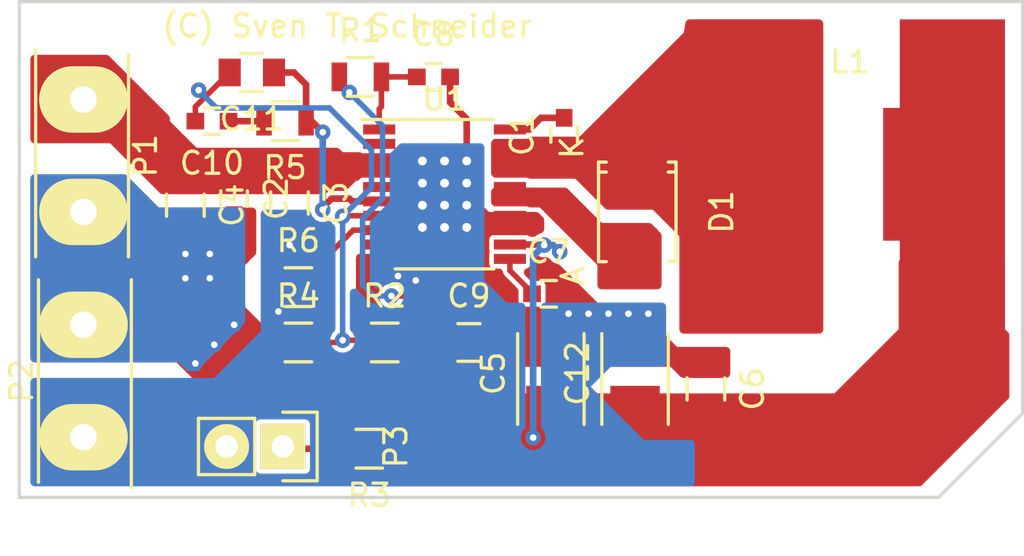
<source format=kicad_pcb>
(kicad_pcb (version 4) (host pcbnew 0.201601131446+6458~42~ubuntu15.10.1-product)

  (general
    (links 64)
    (no_connects 0)
    (area 131.624999 75.724999 177.075001 98.275001)
    (thickness 1.6)
    (drawings 6)
    (tracks 147)
    (zones 0)
    (modules 24)
    (nets 15)
  )

  (page A4)
  (layers
    (0 F.Cu signal)
    (31 B.Cu signal)
    (32 B.Adhes user)
    (33 F.Adhes user)
    (34 B.Paste user)
    (35 F.Paste user)
    (36 B.SilkS user)
    (37 F.SilkS user)
    (38 B.Mask user)
    (39 F.Mask user)
    (40 Dwgs.User user)
    (41 Cmts.User user)
    (42 Eco1.User user)
    (43 Eco2.User user)
    (44 Edge.Cuts user)
    (45 Margin user)
    (46 B.CrtYd user)
    (47 F.CrtYd user)
    (48 B.Fab user)
    (49 F.Fab user)
  )

  (setup
    (last_trace_width 0.3)
    (user_trace_width 0.3)
    (user_trace_width 0.5)
    (user_trace_width 1)
    (trace_clearance 0.2)
    (zone_clearance 0.2)
    (zone_45_only yes)
    (trace_min 0.2)
    (segment_width 0.2)
    (edge_width 0.15)
    (via_size 0.7)
    (via_drill 0.3)
    (via_min_size 0.4)
    (via_min_drill 0.3)
    (uvia_size 0.3)
    (uvia_drill 0.1)
    (uvias_allowed no)
    (uvia_min_size 0.2)
    (uvia_min_drill 0.1)
    (pcb_text_width 0.3)
    (pcb_text_size 1.5 1.5)
    (mod_edge_width 0.15)
    (mod_text_size 1 1)
    (mod_text_width 0.15)
    (pad_size 1.524 1.524)
    (pad_drill 0.762)
    (pad_to_mask_clearance 0.2)
    (aux_axis_origin 0 0)
    (visible_elements FFFFF71F)
    (pcbplotparams
      (layerselection 0x00030_ffffffff)
      (usegerberextensions false)
      (excludeedgelayer true)
      (linewidth 0.100000)
      (plotframeref false)
      (viasonmask false)
      (mode 1)
      (useauxorigin false)
      (hpglpennumber 1)
      (hpglpenspeed 20)
      (hpglpendiameter 15)
      (hpglpenoverlay 2)
      (psnegative false)
      (psa4output false)
      (plotreference true)
      (plotvalue true)
      (plotinvisibletext false)
      (padsonsilk false)
      (subtractmaskfromsilk false)
      (outputformat 1)
      (mirror false)
      (drillshape 1)
      (scaleselection 1)
      (outputdirectory ""))
  )

  (net 0 "")
  (net 1 /Lin)
  (net 2 "Net-(C1-Pad2)")
  (net 3 VCC)
  (net 4 GND)
  (net 5 GNDPWR)
  (net 6 "Net-(C7-Pad1)")
  (net 7 "Net-(C8-Pad1)")
  (net 8 "Net-(C9-Pad1)")
  (net 9 "Net-(C10-Pad1)")
  (net 10 /FB)
  (net 11 "Net-(C11-Pad1)")
  (net 12 "Net-(D1-Pad2)")
  (net 13 "Net-(P3-Pad1)")
  (net 14 "Net-(R6-Pad2)")

  (net_class Default "This is the default net class."
    (clearance 0.2)
    (trace_width 0.25)
    (via_dia 0.7)
    (via_drill 0.3)
    (uvia_dia 0.3)
    (uvia_drill 0.1)
    (add_net /FB)
    (add_net /Lin)
    (add_net GND)
    (add_net GNDPWR)
    (add_net "Net-(C1-Pad2)")
    (add_net "Net-(C10-Pad1)")
    (add_net "Net-(C11-Pad1)")
    (add_net "Net-(C7-Pad1)")
    (add_net "Net-(C8-Pad1)")
    (add_net "Net-(C9-Pad1)")
    (add_net "Net-(D1-Pad2)")
    (add_net "Net-(P3-Pad1)")
    (add_net "Net-(R6-Pad2)")
    (add_net VCC)
  )

  (module Inductors:SELF1408 (layer F.Cu) (tedit 56AF73DB) (tstamp 56AF7165)
    (at 169.2 83.6)
    (descr "Self Ferrite 14 - 08")
    (tags SELF)
    (path /56AF7CE3)
    (zone_connect 2)
    (fp_text reference L1 (at 0 -5.08) (layer F.SilkS)
      (effects (font (size 1 1) (thickness 0.15)))
    )
    (fp_text value L1 (at 0 0) (layer F.Fab)
      (effects (font (size 1 1) (thickness 0.15)))
    )
    (pad 1 smd rect (at -2.5 0) (size 2 6) (layers F.Cu F.Paste F.Mask)
      (net 1 /Lin) (zone_connect 2))
    (pad 2 smd rect (at 2.5 0) (size 2 6) (layers F.Cu F.Paste F.Mask)
      (net 4 GND) (zone_connect 2))
    (pad 1 smd rect (at -4.625 0) (size 4.75 14) (layers F.Cu F.Paste F.Mask)
      (net 1 /Lin) (zone_connect 2))
    (pad 2 smd rect (at 4.625 0) (size 4.75 14) (layers F.Cu F.Paste F.Mask)
      (net 4 GND) (zone_connect 2))
  )

  (module Toni:TSSOP-20_4.4x6.5mm_Pitch0.65mm_EP (layer F.Cu) (tedit 56AF7131) (tstamp 56AF71C3)
    (at 150.9 84.5)
    (descr "20-Lead Plastic Thin Shrink Small Outline (ST)-4.4 mm Body [TSSOP] (see Microchip Packaging Specification 00000049BS.pdf)")
    (tags "TSSOP 0.65")
    (path /56AF6DD2)
    (attr smd)
    (fp_text reference U1 (at 0 -4.3) (layer F.SilkS)
      (effects (font (size 1 1) (thickness 0.15)))
    )
    (fp_text value LM25576MH (at 0 4.3) (layer F.Fab)
      (effects (font (size 1 1) (thickness 0.15)))
    )
    (fp_line (start -3.95 -3.55) (end -3.95 3.55) (layer F.CrtYd) (width 0.05))
    (fp_line (start 3.95 -3.55) (end 3.95 3.55) (layer F.CrtYd) (width 0.05))
    (fp_line (start -3.95 -3.55) (end 3.95 -3.55) (layer F.CrtYd) (width 0.05))
    (fp_line (start -3.95 3.55) (end 3.95 3.55) (layer F.CrtYd) (width 0.05))
    (fp_line (start -2.225 3.375) (end 2.225 3.375) (layer F.SilkS) (width 0.15))
    (fp_line (start -3.75 -3.375) (end 2.225 -3.375) (layer F.SilkS) (width 0.15))
    (pad PAD thru_hole rect (at 1 1.5) (size 1.01 1.01) (drill 0.4) (layers *.Cu F.Mask)
      (net 5 GNDPWR))
    (pad PAD thru_hole rect (at 1 -1.5) (size 1.01 1.01) (drill 0.4) (layers *.Cu F.Mask)
      (net 5 GNDPWR))
    (pad PAD thru_hole rect (at 1 -0.5) (size 1.01 1.01) (drill 0.4) (layers *.Cu F.Mask)
      (net 5 GNDPWR))
    (pad PAD thru_hole rect (at 1 0.5) (size 1.01 1.01) (drill 0.4) (layers *.Cu F.Mask)
      (net 5 GNDPWR))
    (pad PAD thru_hole rect (at -1 0.5) (size 1.01 1.01) (drill 0.4) (layers *.Cu F.Mask)
      (net 5 GNDPWR))
    (pad PAD thru_hole rect (at 0 0.5) (size 1.01 1.01) (drill 0.4) (layers *.Cu F.Mask)
      (net 5 GNDPWR))
    (pad PAD thru_hole rect (at 0 1.5) (size 1.01 1.01) (drill 0.4) (layers *.Cu F.Mask)
      (net 5 GNDPWR))
    (pad PAD thru_hole rect (at -1 1.5) (size 1.01 1.01) (drill 0.4) (layers *.Cu F.Mask)
      (net 5 GNDPWR))
    (pad PAD thru_hole rect (at -1 -0.5) (size 1.01 1.01) (drill 0.4) (layers *.Cu F.Mask)
      (net 5 GNDPWR))
    (pad PAD thru_hole rect (at 0 -0.5) (size 1.01 1.01) (drill 0.4) (layers *.Cu F.Mask)
      (net 5 GNDPWR))
    (pad PAD thru_hole rect (at 0 -1.5) (size 1.01 1.01) (drill 0.4) (layers *.Cu F.Mask)
      (net 5 GNDPWR))
    (pad 1 smd rect (at -2.95 -2.925) (size 1.45 0.45) (layers F.Cu F.Paste F.Mask)
      (net 7 "Net-(C8-Pad1)"))
    (pad 2 smd rect (at -2.95 -2.275) (size 1.45 0.45) (layers F.Cu F.Paste F.Mask))
    (pad 3 smd rect (at -2.95 -1.625) (size 1.45 0.45) (layers F.Cu F.Paste F.Mask)
      (net 3 VCC))
    (pad 4 smd rect (at -2.95 -0.975) (size 1.45 0.45) (layers F.Cu F.Paste F.Mask)
      (net 3 VCC))
    (pad 5 smd rect (at -2.95 -0.325) (size 1.45 0.45) (layers F.Cu F.Paste F.Mask))
    (pad 6 smd rect (at -2.95 0.325) (size 1.45 0.45) (layers F.Cu F.Paste F.Mask)
      (net 11 "Net-(C11-Pad1)"))
    (pad 7 smd rect (at -2.95 0.975) (size 1.45 0.45) (layers F.Cu F.Paste F.Mask)
      (net 10 /FB))
    (pad 8 smd rect (at -2.95 1.625) (size 1.45 0.45) (layers F.Cu F.Paste F.Mask)
      (net 14 "Net-(R6-Pad2)"))
    (pad 9 smd rect (at -2.95 2.275) (size 1.45 0.45) (layers F.Cu F.Paste F.Mask)
      (net 8 "Net-(C9-Pad1)"))
    (pad 10 smd rect (at -2.95 2.925) (size 1.45 0.45) (layers F.Cu F.Paste F.Mask)
      (net 5 GNDPWR))
    (pad 11 smd rect (at 2.95 2.925) (size 1.45 0.45) (layers F.Cu F.Paste F.Mask)
      (net 6 "Net-(C7-Pad1)"))
    (pad 12 smd rect (at 2.95 2.275) (size 1.45 0.45) (layers F.Cu F.Paste F.Mask)
      (net 4 GND))
    (pad 13 smd rect (at 2.95 1.625) (size 1.45 0.45) (layers F.Cu F.Paste F.Mask)
      (net 5 GNDPWR))
    (pad 14 smd rect (at 2.95 0.975) (size 1.45 0.45) (layers F.Cu F.Paste F.Mask)
      (net 5 GNDPWR))
    (pad 15 smd rect (at 2.95 0.325) (size 1.45 0.45) (layers F.Cu F.Paste F.Mask)
      (net 12 "Net-(D1-Pad2)"))
    (pad 16 smd rect (at 2.95 -0.325) (size 1.45 0.45) (layers F.Cu F.Paste F.Mask)
      (net 12 "Net-(D1-Pad2)"))
    (pad 17 smd rect (at 2.95 -0.975) (size 1.45 0.45) (layers F.Cu F.Paste F.Mask)
      (net 1 /Lin))
    (pad 18 smd rect (at 2.95 -1.625) (size 1.45 0.45) (layers F.Cu F.Paste F.Mask)
      (net 1 /Lin))
    (pad 19 smd rect (at 2.95 -2.275) (size 1.45 0.45) (layers F.Cu F.Paste F.Mask)
      (net 1 /Lin))
    (pad 20 smd rect (at 2.95 -2.925) (size 1.45 0.45) (layers F.Cu F.Paste F.Mask)
      (net 2 "Net-(C1-Pad2)"))
    (pad PAD thru_hole rect (at -1 -1.5) (size 1.01 1.01) (drill 0.4) (layers *.Cu F.Mask)
      (net 5 GNDPWR))
    (model Housings_SSOP.3dshapes/TSSOP-20_4.4x6.5mm_Pitch0.65mm.wrl
      (at (xyz 0 0 0))
      (scale (xyz 1 1 1))
      (rotate (xyz 0 0 0))
    )
  )

  (module Capacitors_SMD:C_0603 (layer F.Cu) (tedit 5415D631) (tstamp 56AF7118)
    (at 156.3 81.8 90)
    (descr "Capacitor SMD 0603, reflow soldering, AVX (see smccp.pdf)")
    (tags "capacitor 0603")
    (path /56AF7B6D)
    (attr smd)
    (fp_text reference C1 (at 0 -1.9 90) (layer F.SilkS)
      (effects (font (size 1 1) (thickness 0.15)))
    )
    (fp_text value Cboot (at 0 1.9 90) (layer F.Fab)
      (effects (font (size 1 1) (thickness 0.15)))
    )
    (fp_line (start -1.45 -0.75) (end 1.45 -0.75) (layer F.CrtYd) (width 0.05))
    (fp_line (start -1.45 0.75) (end 1.45 0.75) (layer F.CrtYd) (width 0.05))
    (fp_line (start -1.45 -0.75) (end -1.45 0.75) (layer F.CrtYd) (width 0.05))
    (fp_line (start 1.45 -0.75) (end 1.45 0.75) (layer F.CrtYd) (width 0.05))
    (fp_line (start -0.35 -0.6) (end 0.35 -0.6) (layer F.SilkS) (width 0.15))
    (fp_line (start 0.35 0.6) (end -0.35 0.6) (layer F.SilkS) (width 0.15))
    (pad 1 smd rect (at -0.75 0 90) (size 0.8 0.75) (layers F.Cu F.Paste F.Mask)
      (net 1 /Lin))
    (pad 2 smd rect (at 0.75 0 90) (size 0.8 0.75) (layers F.Cu F.Paste F.Mask)
      (net 2 "Net-(C1-Pad2)"))
    (model Capacitors_SMD.3dshapes/C_0603.wrl
      (at (xyz 0 0 0))
      (scale (xyz 1 1 1))
      (rotate (xyz 0 0 0))
    )
  )

  (module Capacitors_SMD:C_0603 (layer F.Cu) (tedit 5415D631) (tstamp 56AF711E)
    (at 141.4 84.7 270)
    (descr "Capacitor SMD 0603, reflow soldering, AVX (see smccp.pdf)")
    (tags "capacitor 0603")
    (path /56AF70FA)
    (attr smd)
    (fp_text reference C2 (at 0 -1.9 270) (layer F.SilkS)
      (effects (font (size 1 1) (thickness 0.15)))
    )
    (fp_text value Cinx (at 0 1.9 270) (layer F.Fab)
      (effects (font (size 1 1) (thickness 0.15)))
    )
    (fp_line (start -1.45 -0.75) (end 1.45 -0.75) (layer F.CrtYd) (width 0.05))
    (fp_line (start -1.45 0.75) (end 1.45 0.75) (layer F.CrtYd) (width 0.05))
    (fp_line (start -1.45 -0.75) (end -1.45 0.75) (layer F.CrtYd) (width 0.05))
    (fp_line (start 1.45 -0.75) (end 1.45 0.75) (layer F.CrtYd) (width 0.05))
    (fp_line (start -0.35 -0.6) (end 0.35 -0.6) (layer F.SilkS) (width 0.15))
    (fp_line (start 0.35 0.6) (end -0.35 0.6) (layer F.SilkS) (width 0.15))
    (pad 1 smd rect (at -0.75 0 270) (size 0.8 0.75) (layers F.Cu F.Paste F.Mask)
      (net 3 VCC))
    (pad 2 smd rect (at 0.75 0 270) (size 0.8 0.75) (layers F.Cu F.Paste F.Mask)
      (net 4 GND))
    (model Capacitors_SMD.3dshapes/C_0603.wrl
      (at (xyz 0 0 0))
      (scale (xyz 1 1 1))
      (rotate (xyz 0 0 0))
    )
  )

  (module Capacitors_SMD:C_0805 (layer F.Cu) (tedit 5415D6EA) (tstamp 56AF7124)
    (at 143.9 84.9 270)
    (descr "Capacitor SMD 0805, reflow soldering, AVX (see smccp.pdf)")
    (tags "capacitor 0805")
    (path /56AF7391)
    (attr smd)
    (fp_text reference C3 (at 0 -2.1 270) (layer F.SilkS)
      (effects (font (size 1 1) (thickness 0.15)))
    )
    (fp_text value Cio (at 0 2.1 270) (layer F.Fab)
      (effects (font (size 1 1) (thickness 0.15)))
    )
    (fp_line (start -1.8 -1) (end 1.8 -1) (layer F.CrtYd) (width 0.05))
    (fp_line (start -1.8 1) (end 1.8 1) (layer F.CrtYd) (width 0.05))
    (fp_line (start -1.8 -1) (end -1.8 1) (layer F.CrtYd) (width 0.05))
    (fp_line (start 1.8 -1) (end 1.8 1) (layer F.CrtYd) (width 0.05))
    (fp_line (start 0.5 -0.85) (end -0.5 -0.85) (layer F.SilkS) (width 0.15))
    (fp_line (start -0.5 0.85) (end 0.5 0.85) (layer F.SilkS) (width 0.15))
    (pad 1 smd rect (at -1 0 270) (size 1 1.25) (layers F.Cu F.Paste F.Mask)
      (net 3 VCC))
    (pad 2 smd rect (at 1 0 270) (size 1 1.25) (layers F.Cu F.Paste F.Mask)
      (net 5 GNDPWR))
    (model Capacitors_SMD.3dshapes/C_0805.wrl
      (at (xyz 0 0 0))
      (scale (xyz 1 1 1))
      (rotate (xyz 0 0 0))
    )
  )

  (module Capacitors_SMD:C_0805 (layer F.Cu) (tedit 5415D6EA) (tstamp 56AF712A)
    (at 139.2 85 270)
    (descr "Capacitor SMD 0805, reflow soldering, AVX (see smccp.pdf)")
    (tags "capacitor 0805")
    (path /56AF7067)
    (attr smd)
    (fp_text reference C4 (at 0 -2.1 270) (layer F.SilkS)
      (effects (font (size 1 1) (thickness 0.15)))
    )
    (fp_text value Cin (at 0 2.1 270) (layer F.Fab)
      (effects (font (size 1 1) (thickness 0.15)))
    )
    (fp_line (start -1.8 -1) (end 1.8 -1) (layer F.CrtYd) (width 0.05))
    (fp_line (start -1.8 1) (end 1.8 1) (layer F.CrtYd) (width 0.05))
    (fp_line (start -1.8 -1) (end -1.8 1) (layer F.CrtYd) (width 0.05))
    (fp_line (start 1.8 -1) (end 1.8 1) (layer F.CrtYd) (width 0.05))
    (fp_line (start 0.5 -0.85) (end -0.5 -0.85) (layer F.SilkS) (width 0.15))
    (fp_line (start -0.5 0.85) (end 0.5 0.85) (layer F.SilkS) (width 0.15))
    (pad 1 smd rect (at -1 0 270) (size 1 1.25) (layers F.Cu F.Paste F.Mask)
      (net 3 VCC))
    (pad 2 smd rect (at 1 0 270) (size 1 1.25) (layers F.Cu F.Paste F.Mask)
      (net 4 GND))
    (model Capacitors_SMD.3dshapes/C_0805.wrl
      (at (xyz 0 0 0))
      (scale (xyz 1 1 1))
      (rotate (xyz 0 0 0))
    )
  )

  (module Capacitors_SMD:C_0805 (layer F.Cu) (tedit 5415D6EA) (tstamp 56AF7136)
    (at 162.7 93.3 270)
    (descr "Capacitor SMD 0805, reflow soldering, AVX (see smccp.pdf)")
    (tags "capacitor 0805")
    (path /56AF8A93)
    (attr smd)
    (fp_text reference C6 (at 0 -2.1 270) (layer F.SilkS)
      (effects (font (size 1 1) (thickness 0.15)))
    )
    (fp_text value Coutx (at 0 2.1 270) (layer F.Fab)
      (effects (font (size 1 1) (thickness 0.15)))
    )
    (fp_line (start -1.8 -1) (end 1.8 -1) (layer F.CrtYd) (width 0.05))
    (fp_line (start -1.8 1) (end 1.8 1) (layer F.CrtYd) (width 0.05))
    (fp_line (start -1.8 -1) (end -1.8 1) (layer F.CrtYd) (width 0.05))
    (fp_line (start 1.8 -1) (end 1.8 1) (layer F.CrtYd) (width 0.05))
    (fp_line (start 0.5 -0.85) (end -0.5 -0.85) (layer F.SilkS) (width 0.15))
    (fp_line (start -0.5 0.85) (end 0.5 0.85) (layer F.SilkS) (width 0.15))
    (pad 1 smd rect (at -1 0 270) (size 1 1.25) (layers F.Cu F.Paste F.Mask)
      (net 5 GNDPWR))
    (pad 2 smd rect (at 1 0 270) (size 1 1.25) (layers F.Cu F.Paste F.Mask)
      (net 4 GND))
    (model Capacitors_SMD.3dshapes/C_0805.wrl
      (at (xyz 0 0 0))
      (scale (xyz 1 1 1))
      (rotate (xyz 0 0 0))
    )
  )

  (module Capacitors_SMD:C_0603 (layer F.Cu) (tedit 5415D631) (tstamp 56AF713C)
    (at 155.6 89)
    (descr "Capacitor SMD 0603, reflow soldering, AVX (see smccp.pdf)")
    (tags "capacitor 0603")
    (path /56AF74EA)
    (attr smd)
    (fp_text reference C7 (at 0 -1.9) (layer F.SilkS)
      (effects (font (size 1 1) (thickness 0.15)))
    )
    (fp_text value Css (at 0 1.9) (layer F.Fab)
      (effects (font (size 1 1) (thickness 0.15)))
    )
    (fp_line (start -1.45 -0.75) (end 1.45 -0.75) (layer F.CrtYd) (width 0.05))
    (fp_line (start -1.45 0.75) (end 1.45 0.75) (layer F.CrtYd) (width 0.05))
    (fp_line (start -1.45 -0.75) (end -1.45 0.75) (layer F.CrtYd) (width 0.05))
    (fp_line (start 1.45 -0.75) (end 1.45 0.75) (layer F.CrtYd) (width 0.05))
    (fp_line (start -0.35 -0.6) (end 0.35 -0.6) (layer F.SilkS) (width 0.15))
    (fp_line (start 0.35 0.6) (end -0.35 0.6) (layer F.SilkS) (width 0.15))
    (pad 1 smd rect (at -0.75 0) (size 0.8 0.75) (layers F.Cu F.Paste F.Mask)
      (net 6 "Net-(C7-Pad1)"))
    (pad 2 smd rect (at 0.75 0) (size 0.8 0.75) (layers F.Cu F.Paste F.Mask)
      (net 5 GNDPWR))
    (model Capacitors_SMD.3dshapes/C_0603.wrl
      (at (xyz 0 0 0))
      (scale (xyz 1 1 1))
      (rotate (xyz 0 0 0))
    )
  )

  (module Capacitors_SMD:C_0603 (layer F.Cu) (tedit 5415D631) (tstamp 56AF7142)
    (at 150.4 79.2)
    (descr "Capacitor SMD 0603, reflow soldering, AVX (see smccp.pdf)")
    (tags "capacitor 0603")
    (path /56AF75CC)
    (attr smd)
    (fp_text reference C8 (at 0 -1.9) (layer F.SilkS)
      (effects (font (size 1 1) (thickness 0.15)))
    )
    (fp_text value Cbyp (at 0 1.9) (layer F.Fab)
      (effects (font (size 1 1) (thickness 0.15)))
    )
    (fp_line (start -1.45 -0.75) (end 1.45 -0.75) (layer F.CrtYd) (width 0.05))
    (fp_line (start -1.45 0.75) (end 1.45 0.75) (layer F.CrtYd) (width 0.05))
    (fp_line (start -1.45 -0.75) (end -1.45 0.75) (layer F.CrtYd) (width 0.05))
    (fp_line (start 1.45 -0.75) (end 1.45 0.75) (layer F.CrtYd) (width 0.05))
    (fp_line (start -0.35 -0.6) (end 0.35 -0.6) (layer F.SilkS) (width 0.15))
    (fp_line (start 0.35 0.6) (end -0.35 0.6) (layer F.SilkS) (width 0.15))
    (pad 1 smd rect (at -0.75 0) (size 0.8 0.75) (layers F.Cu F.Paste F.Mask)
      (net 7 "Net-(C8-Pad1)"))
    (pad 2 smd rect (at 0.75 0) (size 0.8 0.75) (layers F.Cu F.Paste F.Mask)
      (net 5 GNDPWR))
    (model Capacitors_SMD.3dshapes/C_0603.wrl
      (at (xyz 0 0 0))
      (scale (xyz 1 1 1))
      (rotate (xyz 0 0 0))
    )
  )

  (module Capacitors_SMD:C_0805 (layer F.Cu) (tedit 5415D6EA) (tstamp 56AF7148)
    (at 152 91.2)
    (descr "Capacitor SMD 0805, reflow soldering, AVX (see smccp.pdf)")
    (tags "capacitor 0805")
    (path /56AF765D)
    (attr smd)
    (fp_text reference C9 (at 0 -2.1) (layer F.SilkS)
      (effects (font (size 1 1) (thickness 0.15)))
    )
    (fp_text value Cramp (at 0 2.1) (layer F.Fab)
      (effects (font (size 1 1) (thickness 0.15)))
    )
    (fp_line (start -1.8 -1) (end 1.8 -1) (layer F.CrtYd) (width 0.05))
    (fp_line (start -1.8 1) (end 1.8 1) (layer F.CrtYd) (width 0.05))
    (fp_line (start -1.8 -1) (end -1.8 1) (layer F.CrtYd) (width 0.05))
    (fp_line (start 1.8 -1) (end 1.8 1) (layer F.CrtYd) (width 0.05))
    (fp_line (start 0.5 -0.85) (end -0.5 -0.85) (layer F.SilkS) (width 0.15))
    (fp_line (start -0.5 0.85) (end 0.5 0.85) (layer F.SilkS) (width 0.15))
    (pad 1 smd rect (at -1 0) (size 1 1.25) (layers F.Cu F.Paste F.Mask)
      (net 8 "Net-(C9-Pad1)"))
    (pad 2 smd rect (at 1 0) (size 1 1.25) (layers F.Cu F.Paste F.Mask)
      (net 5 GNDPWR))
    (model Capacitors_SMD.3dshapes/C_0805.wrl
      (at (xyz 0 0 0))
      (scale (xyz 1 1 1))
      (rotate (xyz 0 0 0))
    )
  )

  (module Capacitors_SMD:C_0603 (layer F.Cu) (tedit 5415D631) (tstamp 56AF714E)
    (at 140.4 81.2 180)
    (descr "Capacitor SMD 0603, reflow soldering, AVX (see smccp.pdf)")
    (tags "capacitor 0603")
    (path /56AF93B7)
    (attr smd)
    (fp_text reference C10 (at 0 -1.9 180) (layer F.SilkS)
      (effects (font (size 1 1) (thickness 0.15)))
    )
    (fp_text value Ccomp (at 0 1.9 180) (layer F.Fab)
      (effects (font (size 1 1) (thickness 0.15)))
    )
    (fp_line (start -1.45 -0.75) (end 1.45 -0.75) (layer F.CrtYd) (width 0.05))
    (fp_line (start -1.45 0.75) (end 1.45 0.75) (layer F.CrtYd) (width 0.05))
    (fp_line (start -1.45 -0.75) (end -1.45 0.75) (layer F.CrtYd) (width 0.05))
    (fp_line (start 1.45 -0.75) (end 1.45 0.75) (layer F.CrtYd) (width 0.05))
    (fp_line (start -0.35 -0.6) (end 0.35 -0.6) (layer F.SilkS) (width 0.15))
    (fp_line (start 0.35 0.6) (end -0.35 0.6) (layer F.SilkS) (width 0.15))
    (pad 1 smd rect (at -0.75 0 180) (size 0.8 0.75) (layers F.Cu F.Paste F.Mask)
      (net 9 "Net-(C10-Pad1)"))
    (pad 2 smd rect (at 0.75 0 180) (size 0.8 0.75) (layers F.Cu F.Paste F.Mask)
      (net 10 /FB))
    (model Capacitors_SMD.3dshapes/C_0603.wrl
      (at (xyz 0 0 0))
      (scale (xyz 1 1 1))
      (rotate (xyz 0 0 0))
    )
  )

  (module Capacitors_SMD:C_0805 (layer F.Cu) (tedit 5415D6EA) (tstamp 56AF7154)
    (at 142.2 79 180)
    (descr "Capacitor SMD 0805, reflow soldering, AVX (see smccp.pdf)")
    (tags "capacitor 0805")
    (path /56AF9514)
    (attr smd)
    (fp_text reference C11 (at 0 -2.1 180) (layer F.SilkS)
      (effects (font (size 1 1) (thickness 0.15)))
    )
    (fp_text value Ccomp2 (at 0 2.1 180) (layer F.Fab)
      (effects (font (size 1 1) (thickness 0.15)))
    )
    (fp_line (start -1.8 -1) (end 1.8 -1) (layer F.CrtYd) (width 0.05))
    (fp_line (start -1.8 1) (end 1.8 1) (layer F.CrtYd) (width 0.05))
    (fp_line (start -1.8 -1) (end -1.8 1) (layer F.CrtYd) (width 0.05))
    (fp_line (start 1.8 -1) (end 1.8 1) (layer F.CrtYd) (width 0.05))
    (fp_line (start 0.5 -0.85) (end -0.5 -0.85) (layer F.SilkS) (width 0.15))
    (fp_line (start -0.5 0.85) (end 0.5 0.85) (layer F.SilkS) (width 0.15))
    (pad 1 smd rect (at -1 0 180) (size 1 1.25) (layers F.Cu F.Paste F.Mask)
      (net 11 "Net-(C11-Pad1)"))
    (pad 2 smd rect (at 1 0 180) (size 1 1.25) (layers F.Cu F.Paste F.Mask)
      (net 10 /FB))
    (model Capacitors_SMD.3dshapes/C_0805.wrl
      (at (xyz 0 0 0))
      (scale (xyz 1 1 1))
      (rotate (xyz 0 0 0))
    )
  )

  (module Diodes_SMD:SMA_Standard (layer F.Cu) (tedit 552FF239) (tstamp 56AF715A)
    (at 159.6 85.3 270)
    (descr "Diode SMA")
    (tags "Diode SMA")
    (path /56AF7E72)
    (attr smd)
    (fp_text reference D1 (at 0 -3.81 270) (layer F.SilkS)
      (effects (font (size 1 1) (thickness 0.15)))
    )
    (fp_text value D1 (at 0 4.3 270) (layer F.Fab)
      (effects (font (size 1 1) (thickness 0.15)))
    )
    (fp_line (start -3.5 -2) (end 3.5 -2) (layer F.CrtYd) (width 0.05))
    (fp_line (start 3.5 -2) (end 3.5 2) (layer F.CrtYd) (width 0.05))
    (fp_line (start 3.5 2) (end -3.5 2) (layer F.CrtYd) (width 0.05))
    (fp_line (start -3.5 2) (end -3.5 -2) (layer F.CrtYd) (width 0.05))
    (fp_text user K (at -2.9 2.95 270) (layer F.SilkS)
      (effects (font (size 1 1) (thickness 0.15)))
    )
    (fp_text user A (at 2.9 2.9 270) (layer F.SilkS)
      (effects (font (size 1 1) (thickness 0.15)))
    )
    (fp_circle (center 0 0) (end 0.20066 -0.0508) (layer F.Adhes) (width 0.381))
    (fp_line (start -1.79914 1.75006) (end -1.79914 1.39954) (layer F.SilkS) (width 0.15))
    (fp_line (start -1.79914 -1.75006) (end -1.79914 -1.39954) (layer F.SilkS) (width 0.15))
    (fp_line (start 2.25044 1.75006) (end 2.25044 1.39954) (layer F.SilkS) (width 0.15))
    (fp_line (start -2.25044 1.75006) (end -2.25044 1.39954) (layer F.SilkS) (width 0.15))
    (fp_line (start -2.25044 -1.75006) (end -2.25044 -1.39954) (layer F.SilkS) (width 0.15))
    (fp_line (start 2.25044 -1.75006) (end 2.25044 -1.39954) (layer F.SilkS) (width 0.15))
    (fp_line (start -2.25044 1.75006) (end 2.25044 1.75006) (layer F.SilkS) (width 0.15))
    (fp_line (start -2.25044 -1.75006) (end 2.25044 -1.75006) (layer F.SilkS) (width 0.15))
    (pad 1 smd rect (at -1.99898 0 270) (size 2.49936 1.80086) (layers F.Cu F.Paste F.Mask)
      (net 1 /Lin))
    (pad 2 smd rect (at 1.99898 0 270) (size 2.49936 1.80086) (layers F.Cu F.Paste F.Mask)
      (net 12 "Net-(D1-Pad2)"))
    (model Diodes_SMD.3dshapes/SMA_Standard.wrl
      (at (xyz 0 0 0))
      (scale (xyz 0.3937 0.3937 0.3937))
      (rotate (xyz 0 0 180))
    )
  )

  (module Sven:Screw_Connector_5,08mm_x2 (layer F.Cu) (tedit 565D4428) (tstamp 56AF716D)
    (at 134.6 85.3 90)
    (descr "Through hole socket strip")
    (tags "socket strip")
    (path /56AF6F4B)
    (fp_text reference P1 (at 2.54 2.794 90) (layer F.SilkS)
      (effects (font (size 1 1) (thickness 0.15)))
    )
    (fp_text value CONN_01X02 (at 2.54 -2.921 90) (layer F.Fab)
      (effects (font (size 1 1) (thickness 0.15)))
    )
    (fp_line (start 7.112 2.032) (end -2.032 2.032) (layer F.SilkS) (width 0.15))
    (fp_line (start -2.032 -2.159) (end 7.366 -2.159) (layer F.SilkS) (width 0.15))
    (pad 1 thru_hole oval (at 0 0 90) (size 3 4) (drill 1.2) (layers *.Cu *.Mask F.SilkS)
      (net 4 GND))
    (pad 2 thru_hole oval (at 5.08 0 90) (size 3 4) (drill 1.2) (layers *.Cu *.Mask F.SilkS)
      (net 3 VCC))
    (model Socket_Strips.3dshapes/Socket_Strip_Straight_1x02.wrl
      (at (xyz 0.05 0 0))
      (scale (xyz 1 1 1))
      (rotate (xyz 0 0 180))
    )
  )

  (module Sven:Screw_Connector_5,08mm_x2 (layer F.Cu) (tedit 565D4428) (tstamp 56AF7175)
    (at 134.6 90.4 270)
    (descr "Through hole socket strip")
    (tags "socket strip")
    (path /56AF813C)
    (fp_text reference P2 (at 2.54 2.794 270) (layer F.SilkS)
      (effects (font (size 1 1) (thickness 0.15)))
    )
    (fp_text value CONN_01X02 (at 2.54 -2.921 270) (layer F.Fab)
      (effects (font (size 1 1) (thickness 0.15)))
    )
    (fp_line (start 7.112 2.032) (end -2.032 2.032) (layer F.SilkS) (width 0.15))
    (fp_line (start -2.032 -2.159) (end 7.366 -2.159) (layer F.SilkS) (width 0.15))
    (pad 1 thru_hole oval (at 0 0 270) (size 3 4) (drill 1.2) (layers *.Cu *.Mask F.SilkS)
      (net 4 GND))
    (pad 2 thru_hole oval (at 5.08 0 270) (size 3 4) (drill 1.2) (layers *.Cu *.Mask F.SilkS)
      (net 5 GNDPWR))
    (model Socket_Strips.3dshapes/Socket_Strip_Straight_1x02.wrl
      (at (xyz 0.05 0 0))
      (scale (xyz 1 1 1))
      (rotate (xyz 0 0 180))
    )
  )

  (module Pin_Headers:Pin_Header_Straight_1x02 (layer F.Cu) (tedit 54EA090C) (tstamp 56AF717B)
    (at 143.6 95.9 270)
    (descr "Through hole pin header")
    (tags "pin header")
    (path /56AF9E63)
    (fp_text reference P3 (at 0 -5.1 270) (layer F.SilkS)
      (effects (font (size 1 1) (thickness 0.15)))
    )
    (fp_text value CONN_01X02 (at 0 -3.1 270) (layer F.Fab)
      (effects (font (size 1 1) (thickness 0.15)))
    )
    (fp_line (start 1.27 1.27) (end 1.27 3.81) (layer F.SilkS) (width 0.15))
    (fp_line (start 1.55 -1.55) (end 1.55 0) (layer F.SilkS) (width 0.15))
    (fp_line (start -1.75 -1.75) (end -1.75 4.3) (layer F.CrtYd) (width 0.05))
    (fp_line (start 1.75 -1.75) (end 1.75 4.3) (layer F.CrtYd) (width 0.05))
    (fp_line (start -1.75 -1.75) (end 1.75 -1.75) (layer F.CrtYd) (width 0.05))
    (fp_line (start -1.75 4.3) (end 1.75 4.3) (layer F.CrtYd) (width 0.05))
    (fp_line (start 1.27 1.27) (end -1.27 1.27) (layer F.SilkS) (width 0.15))
    (fp_line (start -1.55 0) (end -1.55 -1.55) (layer F.SilkS) (width 0.15))
    (fp_line (start -1.55 -1.55) (end 1.55 -1.55) (layer F.SilkS) (width 0.15))
    (fp_line (start -1.27 1.27) (end -1.27 3.81) (layer F.SilkS) (width 0.15))
    (fp_line (start -1.27 3.81) (end 1.27 3.81) (layer F.SilkS) (width 0.15))
    (pad 1 thru_hole rect (at 0 0 270) (size 2.032 2.032) (drill 1.016) (layers *.Cu *.Mask F.SilkS)
      (net 13 "Net-(P3-Pad1)"))
    (pad 2 thru_hole oval (at 0 2.54 270) (size 2.032 2.032) (drill 1.016) (layers *.Cu *.Mask F.SilkS)
      (net 5 GNDPWR))
    (model Pin_Headers.3dshapes/Pin_Header_Straight_1x02.wrl
      (at (xyz 0 -0.05 0))
      (scale (xyz 1 1 1))
      (rotate (xyz 0 0 90))
    )
  )

  (module Resistors_SMD:R_0805 (layer F.Cu) (tedit 5415CDEB) (tstamp 56AF7181)
    (at 147.1 79.2)
    (descr "Resistor SMD 0805, reflow soldering, Vishay (see dcrcw.pdf)")
    (tags "resistor 0805")
    (path /56AF76F1)
    (attr smd)
    (fp_text reference R1 (at 0 -2.1) (layer F.SilkS)
      (effects (font (size 1 1) (thickness 0.15)))
    )
    (fp_text value Rramp (at 0 2.1) (layer F.Fab)
      (effects (font (size 1 1) (thickness 0.15)))
    )
    (fp_line (start -1.6 -1) (end 1.6 -1) (layer F.CrtYd) (width 0.05))
    (fp_line (start -1.6 1) (end 1.6 1) (layer F.CrtYd) (width 0.05))
    (fp_line (start -1.6 -1) (end -1.6 1) (layer F.CrtYd) (width 0.05))
    (fp_line (start 1.6 -1) (end 1.6 1) (layer F.CrtYd) (width 0.05))
    (fp_line (start 0.6 0.875) (end -0.6 0.875) (layer F.SilkS) (width 0.15))
    (fp_line (start -0.6 -0.875) (end 0.6 -0.875) (layer F.SilkS) (width 0.15))
    (pad 1 smd rect (at -0.95 0) (size 0.7 1.3) (layers F.Cu F.Paste F.Mask)
      (net 8 "Net-(C9-Pad1)"))
    (pad 2 smd rect (at 0.95 0) (size 0.7 1.3) (layers F.Cu F.Paste F.Mask)
      (net 7 "Net-(C8-Pad1)"))
    (model Resistors_SMD.3dshapes/R_0805.wrl
      (at (xyz 0 0 0))
      (scale (xyz 1 1 1))
      (rotate (xyz 0 0 0))
    )
  )

  (module Resistors_SMD:R_0805 (layer F.Cu) (tedit 5415CDEB) (tstamp 56AF7187)
    (at 148.2 91.2)
    (descr "Resistor SMD 0805, reflow soldering, Vishay (see dcrcw.pdf)")
    (tags "resistor 0805")
    (path /56AF8E5F)
    (attr smd)
    (fp_text reference R2 (at 0 -2.1) (layer F.SilkS)
      (effects (font (size 1 1) (thickness 0.15)))
    )
    (fp_text value Rfbt (at 0 2.1) (layer F.Fab)
      (effects (font (size 1 1) (thickness 0.15)))
    )
    (fp_line (start -1.6 -1) (end 1.6 -1) (layer F.CrtYd) (width 0.05))
    (fp_line (start -1.6 1) (end 1.6 1) (layer F.CrtYd) (width 0.05))
    (fp_line (start -1.6 -1) (end -1.6 1) (layer F.CrtYd) (width 0.05))
    (fp_line (start 1.6 -1) (end 1.6 1) (layer F.CrtYd) (width 0.05))
    (fp_line (start 0.6 0.875) (end -0.6 0.875) (layer F.SilkS) (width 0.15))
    (fp_line (start -0.6 -0.875) (end 0.6 -0.875) (layer F.SilkS) (width 0.15))
    (pad 1 smd rect (at -0.95 0) (size 0.7 1.3) (layers F.Cu F.Paste F.Mask)
      (net 10 /FB))
    (pad 2 smd rect (at 0.95 0) (size 0.7 1.3) (layers F.Cu F.Paste F.Mask)
      (net 4 GND))
    (model Resistors_SMD.3dshapes/R_0805.wrl
      (at (xyz 0 0 0))
      (scale (xyz 1 1 1))
      (rotate (xyz 0 0 0))
    )
  )

  (module Resistors_SMD:R_0805 (layer F.Cu) (tedit 5415CDEB) (tstamp 56AF718D)
    (at 147.5 96 180)
    (descr "Resistor SMD 0805, reflow soldering, Vishay (see dcrcw.pdf)")
    (tags "resistor 0805")
    (path /56AFA199)
    (attr smd)
    (fp_text reference R3 (at 0 -2.1 180) (layer F.SilkS)
      (effects (font (size 1 1) (thickness 0.15)))
    )
    (fp_text value Rled (at 0 2.1 180) (layer F.Fab)
      (effects (font (size 1 1) (thickness 0.15)))
    )
    (fp_line (start -1.6 -1) (end 1.6 -1) (layer F.CrtYd) (width 0.05))
    (fp_line (start -1.6 1) (end 1.6 1) (layer F.CrtYd) (width 0.05))
    (fp_line (start -1.6 -1) (end -1.6 1) (layer F.CrtYd) (width 0.05))
    (fp_line (start 1.6 -1) (end 1.6 1) (layer F.CrtYd) (width 0.05))
    (fp_line (start 0.6 0.875) (end -0.6 0.875) (layer F.SilkS) (width 0.15))
    (fp_line (start -0.6 -0.875) (end 0.6 -0.875) (layer F.SilkS) (width 0.15))
    (pad 1 smd rect (at -0.95 0 180) (size 0.7 1.3) (layers F.Cu F.Paste F.Mask)
      (net 4 GND))
    (pad 2 smd rect (at 0.95 0 180) (size 0.7 1.3) (layers F.Cu F.Paste F.Mask)
      (net 13 "Net-(P3-Pad1)"))
    (model Resistors_SMD.3dshapes/R_0805.wrl
      (at (xyz 0 0 0))
      (scale (xyz 1 1 1))
      (rotate (xyz 0 0 0))
    )
  )

  (module Resistors_SMD:R_0805 (layer F.Cu) (tedit 5415CDEB) (tstamp 56AF7193)
    (at 144.3 91.2)
    (descr "Resistor SMD 0805, reflow soldering, Vishay (see dcrcw.pdf)")
    (tags "resistor 0805")
    (path /56AF8F9F)
    (attr smd)
    (fp_text reference R4 (at 0 -2.1) (layer F.SilkS)
      (effects (font (size 1 1) (thickness 0.15)))
    )
    (fp_text value Rfbb (at 0 2.1) (layer F.Fab)
      (effects (font (size 1 1) (thickness 0.15)))
    )
    (fp_line (start -1.6 -1) (end 1.6 -1) (layer F.CrtYd) (width 0.05))
    (fp_line (start -1.6 1) (end 1.6 1) (layer F.CrtYd) (width 0.05))
    (fp_line (start -1.6 -1) (end -1.6 1) (layer F.CrtYd) (width 0.05))
    (fp_line (start 1.6 -1) (end 1.6 1) (layer F.CrtYd) (width 0.05))
    (fp_line (start 0.6 0.875) (end -0.6 0.875) (layer F.SilkS) (width 0.15))
    (fp_line (start -0.6 -0.875) (end 0.6 -0.875) (layer F.SilkS) (width 0.15))
    (pad 1 smd rect (at -0.95 0) (size 0.7 1.3) (layers F.Cu F.Paste F.Mask)
      (net 5 GNDPWR))
    (pad 2 smd rect (at 0.95 0) (size 0.7 1.3) (layers F.Cu F.Paste F.Mask)
      (net 10 /FB))
    (model Resistors_SMD.3dshapes/R_0805.wrl
      (at (xyz 0 0 0))
      (scale (xyz 1 1 1))
      (rotate (xyz 0 0 0))
    )
  )

  (module Resistors_SMD:R_0805 (layer F.Cu) (tedit 5415CDEB) (tstamp 56AF7199)
    (at 143.7 81.2 180)
    (descr "Resistor SMD 0805, reflow soldering, Vishay (see dcrcw.pdf)")
    (tags "resistor 0805")
    (path /56AF9256)
    (attr smd)
    (fp_text reference R5 (at 0 -2.1 180) (layer F.SilkS)
      (effects (font (size 1 1) (thickness 0.15)))
    )
    (fp_text value Rcomp (at 0 2.1 180) (layer F.Fab)
      (effects (font (size 1 1) (thickness 0.15)))
    )
    (fp_line (start -1.6 -1) (end 1.6 -1) (layer F.CrtYd) (width 0.05))
    (fp_line (start -1.6 1) (end 1.6 1) (layer F.CrtYd) (width 0.05))
    (fp_line (start -1.6 -1) (end -1.6 1) (layer F.CrtYd) (width 0.05))
    (fp_line (start 1.6 -1) (end 1.6 1) (layer F.CrtYd) (width 0.05))
    (fp_line (start 0.6 0.875) (end -0.6 0.875) (layer F.SilkS) (width 0.15))
    (fp_line (start -0.6 -0.875) (end 0.6 -0.875) (layer F.SilkS) (width 0.15))
    (pad 1 smd rect (at -0.95 0 180) (size 0.7 1.3) (layers F.Cu F.Paste F.Mask)
      (net 11 "Net-(C11-Pad1)"))
    (pad 2 smd rect (at 0.95 0 180) (size 0.7 1.3) (layers F.Cu F.Paste F.Mask)
      (net 9 "Net-(C10-Pad1)"))
    (model Resistors_SMD.3dshapes/R_0805.wrl
      (at (xyz 0 0 0))
      (scale (xyz 1 1 1))
      (rotate (xyz 0 0 0))
    )
  )

  (module Resistors_SMD:R_0805 (layer F.Cu) (tedit 5415CDEB) (tstamp 56AF719F)
    (at 144.3 88.7)
    (descr "Resistor SMD 0805, reflow soldering, Vishay (see dcrcw.pdf)")
    (tags "resistor 0805")
    (path /56AF7853)
    (attr smd)
    (fp_text reference R6 (at 0 -2.1) (layer F.SilkS)
      (effects (font (size 1 1) (thickness 0.15)))
    )
    (fp_text value Rt (at 0 2.1) (layer F.Fab)
      (effects (font (size 1 1) (thickness 0.15)))
    )
    (fp_line (start -1.6 -1) (end 1.6 -1) (layer F.CrtYd) (width 0.05))
    (fp_line (start -1.6 1) (end 1.6 1) (layer F.CrtYd) (width 0.05))
    (fp_line (start -1.6 -1) (end -1.6 1) (layer F.CrtYd) (width 0.05))
    (fp_line (start 1.6 -1) (end 1.6 1) (layer F.CrtYd) (width 0.05))
    (fp_line (start 0.6 0.875) (end -0.6 0.875) (layer F.SilkS) (width 0.15))
    (fp_line (start -0.6 -0.875) (end 0.6 -0.875) (layer F.SilkS) (width 0.15))
    (pad 1 smd rect (at -0.95 0) (size 0.7 1.3) (layers F.Cu F.Paste F.Mask)
      (net 5 GNDPWR))
    (pad 2 smd rect (at 0.95 0) (size 0.7 1.3) (layers F.Cu F.Paste F.Mask)
      (net 14 "Net-(R6-Pad2)"))
    (model Resistors_SMD.3dshapes/R_0805.wrl
      (at (xyz 0 0 0))
      (scale (xyz 1 1 1))
      (rotate (xyz 0 0 0))
    )
  )

  (module Capacitors_Tantalum_SMD:TantalC_SizeB_EIA-3528_Reflow (layer F.Cu) (tedit 555EF748) (tstamp 56B44CF4)
    (at 155.7 92.6 90)
    (descr "Tantal Cap. , Size B, EIA-3528, Reflow")
    (tags "Tantal Capacitor Size-B EIA-3528 Reflow")
    (path /56AF85D7)
    (attr smd)
    (fp_text reference C5 (at 0 -2.6 90) (layer F.SilkS)
      (effects (font (size 1 1) (thickness 0.15)))
    )
    (fp_text value Cout (at 0 2.7 90) (layer F.Fab)
      (effects (font (size 1 1) (thickness 0.15)))
    )
    (fp_line (start 2.7 -1.8) (end -2.7 -1.8) (layer F.CrtYd) (width 0.05))
    (fp_line (start -2.7 -1.8) (end -2.7 1.8) (layer F.CrtYd) (width 0.05))
    (fp_line (start -2.7 1.8) (end 2.7 1.8) (layer F.CrtYd) (width 0.05))
    (fp_line (start 2.7 1.8) (end 2.7 -1.8) (layer F.CrtYd) (width 0.05))
    (fp_line (start 1.8 1.5) (end -2.3 1.5) (layer F.SilkS) (width 0.15))
    (fp_line (start 1.8 -1.5) (end -2.3 -1.5) (layer F.SilkS) (width 0.15))
    (pad 2 smd rect (at 1.46 0 90) (size 1.8 2.23) (layers F.Cu F.Paste F.Mask)
      (net 5 GNDPWR))
    (pad 1 smd rect (at -1.46 0 90) (size 1.8 2.23) (layers F.Cu F.Paste F.Mask)
      (net 4 GND))
    (model Capacitors_Tantalum_SMD.3dshapes/TantalC_SizeB_EIA-3528_Reflow.wrl
      (at (xyz 0 0 0))
      (scale (xyz 1 1 1))
      (rotate (xyz 0 0 180))
    )
  )

  (module Capacitors_Tantalum_SMD:TantalC_SizeB_EIA-3528_Reflow (layer F.Cu) (tedit 555EF748) (tstamp 56B44CFA)
    (at 159.5 92.6 90)
    (descr "Tantal Cap. , Size B, EIA-3528, Reflow")
    (tags "Tantal Capacitor Size-B EIA-3528 Reflow")
    (path /56B44D44)
    (attr smd)
    (fp_text reference C12 (at 0 -2.6 90) (layer F.SilkS)
      (effects (font (size 1 1) (thickness 0.15)))
    )
    (fp_text value Cout (at 0 2.7 90) (layer F.Fab)
      (effects (font (size 1 1) (thickness 0.15)))
    )
    (fp_line (start 2.7 -1.8) (end -2.7 -1.8) (layer F.CrtYd) (width 0.05))
    (fp_line (start -2.7 -1.8) (end -2.7 1.8) (layer F.CrtYd) (width 0.05))
    (fp_line (start -2.7 1.8) (end 2.7 1.8) (layer F.CrtYd) (width 0.05))
    (fp_line (start 2.7 1.8) (end 2.7 -1.8) (layer F.CrtYd) (width 0.05))
    (fp_line (start 1.8 1.5) (end -2.3 1.5) (layer F.SilkS) (width 0.15))
    (fp_line (start 1.8 -1.5) (end -2.3 -1.5) (layer F.SilkS) (width 0.15))
    (pad 2 smd rect (at 1.46 0 90) (size 1.8 2.23) (layers F.Cu F.Paste F.Mask)
      (net 5 GNDPWR))
    (pad 1 smd rect (at -1.46 0 90) (size 1.8 2.23) (layers F.Cu F.Paste F.Mask)
      (net 4 GND))
    (model Capacitors_Tantalum_SMD.3dshapes/TantalC_SizeB_EIA-3528_Reflow.wrl
      (at (xyz 0 0 0))
      (scale (xyz 1 1 1))
      (rotate (xyz 0 0 180))
    )
  )

  (gr_text "(C) Sven T. Schneider\n" (at 146.5 76.9) (layer F.SilkS)
    (effects (font (size 1 1) (thickness 0.15)))
  )
  (gr_line (start 177 94.4) (end 177 75.8) (angle 90) (layer Edge.Cuts) (width 0.15))
  (gr_line (start 173.2 98.2) (end 177 94.4) (angle 90) (layer Edge.Cuts) (width 0.15))
  (gr_line (start 131.7 98.2) (end 173.2 98.2) (angle 90) (layer Edge.Cuts) (width 0.15))
  (gr_line (start 131.7 75.8) (end 131.7 98.2) (angle 90) (layer Edge.Cuts) (width 0.15))
  (gr_line (start 177 75.8) (end 131.7 75.8) (angle 90) (layer Edge.Cuts) (width 0.15))

  (segment (start 153.85 81.575) (end 154.725 81.575) (width 0.3) (layer F.Cu) (net 2))
  (segment (start 155.25 81.05) (end 156.3 81.05) (width 0.3) (layer F.Cu) (net 2) (tstamp 56AF77B8))
  (segment (start 154.725 81.575) (end 155.25 81.05) (width 0.3) (layer F.Cu) (net 2) (tstamp 56AF77B6))
  (segment (start 162.7 94.3) (end 159.74 94.3) (width 0.3) (layer F.Cu) (net 4))
  (segment (start 159.74 94.3) (end 159.5 94.06) (width 0.3) (layer F.Cu) (net 4) (tstamp 56B44F22))
  (segment (start 173.825 83.6) (end 173.825 91.875) (width 0.3) (layer F.Cu) (net 4))
  (segment (start 171.4 94.3) (end 162.7 94.3) (width 0.3) (layer F.Cu) (net 4) (tstamp 56B44F1E))
  (segment (start 173.825 91.875) (end 171.4 94.3) (width 0.3) (layer F.Cu) (net 4) (tstamp 56B44F1C))
  (segment (start 171.7 83.6) (end 173.825 83.6) (width 0.3) (layer F.Cu) (net 4))
  (segment (start 155.4 86.8) (end 155.8 86.8) (width 0.3) (layer F.Cu) (net 4))
  (segment (start 155.8 86.8) (end 155.4 86.8) (width 0.3) (layer B.Cu) (net 4) (tstamp 56B44EF0))
  (segment (start 156.1 87.1) (end 155.8 86.8) (width 0.3) (layer B.Cu) (net 4) (tstamp 56B44EEF))
  (via (at 156.1 87.1) (size 0.7) (drill 0.3) (layers F.Cu B.Cu) (net 4))
  (segment (start 155.8 86.8) (end 156.1 87.1) (width 0.3) (layer F.Cu) (net 4) (tstamp 56B44EED))
  (segment (start 153.85 86.775) (end 155.375 86.775) (width 0.3) (layer F.Cu) (net 4))
  (segment (start 154.9 95.5) (end 155.7 94.7) (width 0.3) (layer F.Cu) (net 4) (tstamp 56B44EE9))
  (via (at 154.9 95.5) (size 0.7) (drill 0.3) (layers F.Cu B.Cu) (net 4))
  (segment (start 154.9 87.3) (end 154.9 95.5) (width 0.3) (layer B.Cu) (net 4) (tstamp 56B44EC3))
  (segment (start 155.4 86.8) (end 154.9 87.3) (width 0.3) (layer B.Cu) (net 4) (tstamp 56B44EC2))
  (via (at 155.4 86.8) (size 0.7) (drill 0.3) (layers F.Cu B.Cu) (net 4))
  (segment (start 155.375 86.775) (end 155.4 86.8) (width 0.3) (layer F.Cu) (net 4) (tstamp 56B44EBB))
  (segment (start 155.7 94.7) (end 155.7 94.06) (width 0.3) (layer F.Cu) (net 4) (tstamp 56B44EEA))
  (via (at 139.65 92.15) (size 0.7) (drill 0.3) (layers F.Cu B.Cu) (net 4))
  (via (at 141.4 90.4) (size 0.7) (drill 0.3) (layers F.Cu B.Cu) (net 4))
  (segment (start 141.4 90.4) (end 140.5 91.3) (width 0.3) (layer F.Cu) (net 4) (tstamp 56AF7B4B))
  (via (at 140.5 91.3) (size 0.7) (drill 0.3) (layers F.Cu B.Cu) (net 4))
  (segment (start 140.5 91.3) (end 139.65 92.15) (width 0.3) (layer B.Cu) (net 4) (tstamp 56AF7B47))
  (segment (start 139.2 86) (end 139.2 87.2) (width 0.3) (layer F.Cu) (net 4))
  (via (at 140.3 87.2) (size 0.7) (drill 0.3) (layers F.Cu B.Cu) (net 4))
  (segment (start 140.3 88.3) (end 140.3 87.2) (width 0.3) (layer B.Cu) (net 4) (tstamp 56AF7B3F))
  (via (at 140.3 88.3) (size 0.7) (drill 0.3) (layers F.Cu B.Cu) (net 4))
  (segment (start 139.2 88.3) (end 140.3 88.3) (width 0.3) (layer F.Cu) (net 4) (tstamp 56AF7B3C))
  (via (at 139.2 88.3) (size 0.7) (drill 0.3) (layers F.Cu B.Cu) (net 4))
  (segment (start 139.2 87.2) (end 139.2 88.3) (width 0.3) (layer B.Cu) (net 4) (tstamp 56AF7B39))
  (via (at 139.2 87.2) (size 0.7) (drill 0.3) (layers F.Cu B.Cu) (net 4))
  (segment (start 134.6 90.4) (end 137.9 90.4) (width 1) (layer F.Cu) (net 4))
  (segment (start 137.9 90.4) (end 139.65 92.15) (width 1) (layer F.Cu) (net 4) (tstamp 56AF797B))
  (segment (start 139.65 92.15) (end 140.8 93.3) (width 1) (layer F.Cu) (net 4) (tstamp 56AF7B44))
  (segment (start 147.4 93.3) (end 148.45 94.35) (width 0.5) (layer F.Cu) (net 4) (tstamp 56AF7744))
  (segment (start 140.8 93.3) (end 147.4 93.3) (width 0.5) (layer F.Cu) (net 4) (tstamp 56AF7742))
  (segment (start 137.9 90.4) (end 140.8 93.3) (width 0.5) (layer F.Cu) (net 4) (tstamp 56AF7741))
  (segment (start 148.45 96) (end 148.45 94.35) (width 0.5) (layer F.Cu) (net 4))
  (segment (start 149.15 93.65) (end 149.15 91.2) (width 0.5) (layer F.Cu) (net 4) (tstamp 56AF773E))
  (segment (start 148.45 94.35) (end 149.15 93.65) (width 0.5) (layer F.Cu) (net 4) (tstamp 56AF773D))
  (segment (start 159.5 91.14) (end 159.5 90.5) (width 0.25) (layer F.Cu) (net 5))
  (segment (start 159.5 90.5) (end 160.1 89.9) (width 0.25) (layer F.Cu) (net 5) (tstamp 56B44D92))
  (via (at 160.1 89.9) (size 0.7) (drill 0.3) (layers F.Cu B.Cu) (net 5))
  (segment (start 160.1 89.9) (end 159.2 89.9) (width 0.25) (layer B.Cu) (net 5) (tstamp 56B44D97))
  (via (at 159.2 89.9) (size 0.7) (drill 0.3) (layers F.Cu B.Cu) (net 5))
  (segment (start 159.2 89.9) (end 158.3 89.9) (width 0.25) (layer F.Cu) (net 5) (tstamp 56B44D9A))
  (via (at 158.3 89.9) (size 0.7) (drill 0.3) (layers F.Cu B.Cu) (net 5))
  (segment (start 158.3 89.9) (end 157.4 89.9) (width 0.25) (layer B.Cu) (net 5) (tstamp 56B44D9D))
  (via (at 157.4 89.9) (size 0.7) (drill 0.3) (layers F.Cu B.Cu) (net 5))
  (segment (start 157.4 89.9) (end 156.5 89.9) (width 0.25) (layer F.Cu) (net 5) (tstamp 56B44DA0))
  (via (at 156.5 89.9) (size 0.7) (drill 0.3) (layers F.Cu B.Cu) (net 5))
  (segment (start 153.85 86.125) (end 153.85 85.475) (width 0.3) (layer F.Cu) (net 5))
  (segment (start 143.9 85.9) (end 143.9 86.8) (width 0.3) (layer F.Cu) (net 5))
  (via (at 143.4 89.8) (size 0.7) (drill 0.3) (layers F.Cu B.Cu) (net 5))
  (segment (start 143.4 87.3) (end 143.4 89.8) (width 0.3) (layer B.Cu) (net 5) (tstamp 56AF7AB6))
  (segment (start 143.9 86.8) (end 143.4 87.3) (width 0.3) (layer B.Cu) (net 5) (tstamp 56AF7AB5))
  (via (at 143.9 86.8) (size 0.7) (drill 0.3) (layers F.Cu B.Cu) (net 5))
  (segment (start 143.4 89.8) (end 143.35 89.8) (width 0.3) (layer F.Cu) (net 5) (tstamp 56AF7ABB))
  (segment (start 143.35 89.8) (end 143.4 89.8) (width 0.3) (layer F.Cu) (net 5) (tstamp 56AF7ABC))
  (segment (start 143.4 89.8) (end 143.35 89.8) (width 0.3) (layer F.Cu) (net 5) (tstamp 56AF7ABE))
  (segment (start 148.8 88.2) (end 149.4 88.2) (width 0.25) (layer F.Cu) (net 5))
  (via (at 148.8 88.2) (size 0.7) (drill 0.3) (layers F.Cu B.Cu) (net 5))
  (segment (start 148.025 87.425) (end 148.8 88.2) (width 0.25) (layer F.Cu) (net 5) (tstamp 56AF7836))
  (via (at 149.6 88.4) (size 0.7) (drill 0.3) (layers F.Cu B.Cu) (net 5))
  (segment (start 149.4 88.2) (end 149.6 88.4) (width 0.25) (layer F.Cu) (net 5) (tstamp 56AF7841))
  (segment (start 147.95 87.425) (end 148.025 87.425) (width 0.25) (layer F.Cu) (net 5))
  (segment (start 151.15 79.2) (end 151.15 80.35) (width 0.3) (layer F.Cu) (net 5))
  (segment (start 151.9 81.1) (end 151.9 83) (width 0.3) (layer F.Cu) (net 5) (tstamp 56AF77BF))
  (segment (start 151.15 80.35) (end 151.9 81.1) (width 0.3) (layer F.Cu) (net 5) (tstamp 56AF77BD))
  (segment (start 153 91.2) (end 153 89.4) (width 0.3) (layer F.Cu) (net 5))
  (segment (start 151.9 88.3) (end 151.9 86) (width 0.3) (layer F.Cu) (net 5) (tstamp 56AF7754))
  (segment (start 153 89.4) (end 151.9 88.3) (width 0.3) (layer F.Cu) (net 5) (tstamp 56AF7753))
  (segment (start 143.35 91.2) (end 143.35 89.8) (width 0.3) (layer F.Cu) (net 5))
  (segment (start 143.35 89.8) (end 143.35 88.7) (width 0.3) (layer F.Cu) (net 5) (tstamp 56AF7ABF))
  (segment (start 143.35 88.7) (end 143.9 88.15) (width 0.3) (layer F.Cu) (net 5) (tstamp 56AF774F))
  (segment (start 143.9 88.15) (end 143.9 85.9) (width 0.3) (layer F.Cu) (net 5) (tstamp 56AF7750))
  (segment (start 154.85 89) (end 154.85 88.95) (width 0.25) (layer F.Cu) (net 6))
  (segment (start 154.85 88.95) (end 153.85 87.95) (width 0.25) (layer F.Cu) (net 6) (tstamp 56AF764F))
  (segment (start 153.85 87.95) (end 153.85 87.425) (width 0.25) (layer F.Cu) (net 6) (tstamp 56AF7651))
  (segment (start 148.05 79.2) (end 149.65 79.2) (width 0.25) (layer F.Cu) (net 7))
  (segment (start 147.95 81.575) (end 147.95 80.65) (width 0.25) (layer F.Cu) (net 7))
  (segment (start 148.05 80.55) (end 148.05 79.2) (width 0.25) (layer F.Cu) (net 7) (tstamp 56AF766B))
  (segment (start 147.95 80.65) (end 148.05 80.55) (width 0.25) (layer F.Cu) (net 7) (tstamp 56AF7667))
  (segment (start 150.4 89.1) (end 148.5 89.1) (width 0.25) (layer F.Cu) (net 8))
  (segment (start 148.5 89.1) (end 148.3 89.1) (width 0.25) (layer B.Cu) (net 8) (tstamp 56AF782F))
  (via (at 148.5 89.1) (size 0.7) (drill 0.3) (layers F.Cu B.Cu) (net 8))
  (segment (start 148.3 89.1) (end 147.7 89.1) (width 0.25) (layer B.Cu) (net 8) (tstamp 56AF7832))
  (segment (start 147.2 85.6) (end 148.1 84.7) (width 0.25) (layer B.Cu) (net 8) (tstamp 56AF7801))
  (segment (start 147.2 88.6) (end 147.2 85.6) (width 0.25) (layer B.Cu) (net 8) (tstamp 56AF77FF))
  (segment (start 147.7 89.1) (end 147.2 88.6) (width 0.25) (layer B.Cu) (net 8) (tstamp 56AF77FE))
  (segment (start 146.15 79.2) (end 146.15 79.45) (width 0.25) (layer F.Cu) (net 8))
  (segment (start 146.15 79.45) (end 146.6 79.9) (width 0.25) (layer F.Cu) (net 8) (tstamp 56AF7671))
  (segment (start 148.1 81.4) (end 148.1 84.7) (width 0.25) (layer B.Cu) (net 8) (tstamp 56AF7678))
  (segment (start 146.6 79.9) (end 148.1 81.4) (width 0.25) (layer B.Cu) (net 8) (tstamp 56AF7677))
  (via (at 146.6 79.9) (size 0.7) (drill 0.3) (layers F.Cu B.Cu) (net 8))
  (segment (start 150.4 89.1) (end 151 89.1) (width 0.25) (layer F.Cu) (net 8) (tstamp 56AF7685))
  (segment (start 147.95 86.775) (end 148.975 86.775) (width 0.25) (layer F.Cu) (net 8))
  (segment (start 151 88.8) (end 151 89.1) (width 0.25) (layer F.Cu) (net 8) (tstamp 56AF7649))
  (segment (start 151 89.1) (end 151 91.2) (width 0.25) (layer F.Cu) (net 8) (tstamp 56AF7689))
  (segment (start 148.975 86.775) (end 151 88.8) (width 0.25) (layer F.Cu) (net 8) (tstamp 56AF7647))
  (segment (start 141.15 81.2) (end 142.75 81.2) (width 0.3) (layer F.Cu) (net 9))
  (segment (start 146.3 91.1) (end 147.15 91.1) (width 0.25) (layer F.Cu) (net 10))
  (segment (start 147.15 91.1) (end 147.25 91.2) (width 0.25) (layer F.Cu) (net 10) (tstamp 56AF761C))
  (segment (start 146.3 85.5) (end 146.3 91.1) (width 0.25) (layer B.Cu) (net 10))
  (segment (start 146.2 91.2) (end 145.25 91.2) (width 0.25) (layer F.Cu) (net 10) (tstamp 56AF7619))
  (segment (start 146.3 91.1) (end 146.2 91.2) (width 0.25) (layer F.Cu) (net 10) (tstamp 56AF7618))
  (via (at 146.3 91.1) (size 0.7) (drill 0.3) (layers F.Cu B.Cu) (net 10))
  (segment (start 140.2 80) (end 140 80) (width 0.25) (layer F.Cu) (net 10))
  (segment (start 146.325 85.475) (end 147.95 85.475) (width 0.25) (layer F.Cu) (net 10) (tstamp 56AF7612))
  (segment (start 146.3 85.5) (end 146.325 85.475) (width 0.25) (layer F.Cu) (net 10) (tstamp 56AF7611))
  (via (at 146.3 85.5) (size 0.7) (drill 0.3) (layers F.Cu B.Cu) (net 10))
  (segment (start 147.6 84.2) (end 146.3 85.5) (width 0.25) (layer B.Cu) (net 10) (tstamp 56AF760E))
  (segment (start 147.6 82.5) (end 147.6 84.2) (width 0.25) (layer B.Cu) (net 10) (tstamp 56AF760C))
  (segment (start 145.7 80.6) (end 147.6 82.5) (width 0.25) (layer B.Cu) (net 10) (tstamp 56AF760B))
  (segment (start 140.6 80.6) (end 145.7 80.6) (width 0.25) (layer B.Cu) (net 10) (tstamp 56AF760A))
  (segment (start 139.8 79.8) (end 140.6 80.6) (width 0.25) (layer B.Cu) (net 10) (tstamp 56AF7609))
  (via (at 139.8 79.8) (size 0.7) (drill 0.3) (layers F.Cu B.Cu) (net 10))
  (segment (start 140 80) (end 139.8 79.8) (width 0.25) (layer F.Cu) (net 10) (tstamp 56AF7607))
  (segment (start 139.65 81.2) (end 139.65 80.55) (width 0.25) (layer F.Cu) (net 10))
  (segment (start 139.65 80.55) (end 140.2 80) (width 0.25) (layer F.Cu) (net 10) (tstamp 56AF7601))
  (segment (start 140.2 80) (end 141.2 79) (width 0.25) (layer F.Cu) (net 10) (tstamp 56AF7605))
  (segment (start 147.95 84.825) (end 146.725 84.825) (width 0.3) (layer F.Cu) (net 11))
  (segment (start 145.4 81.7) (end 144.9 81.2) (width 0.3) (layer F.Cu) (net 11) (tstamp 56AF77EE))
  (via (at 145.4 81.7) (size 0.7) (drill 0.3) (layers F.Cu B.Cu) (net 11))
  (segment (start 145.4 85.2) (end 145.4 81.7) (width 0.3) (layer B.Cu) (net 11) (tstamp 56AF77EA))
  (via (at 145.4 85.2) (size 0.7) (drill 0.3) (layers F.Cu B.Cu) (net 11))
  (segment (start 145.4 85.1) (end 145.4 85.2) (width 0.3) (layer F.Cu) (net 11) (tstamp 56AF77E6))
  (segment (start 145.8 84.7) (end 145.4 85.1) (width 0.3) (layer F.Cu) (net 11) (tstamp 56AF77E3))
  (segment (start 146.6 84.7) (end 145.8 84.7) (width 0.3) (layer F.Cu) (net 11) (tstamp 56AF77DF))
  (segment (start 146.725 84.825) (end 146.6 84.7) (width 0.3) (layer F.Cu) (net 11) (tstamp 56AF77DA))
  (segment (start 144.9 81.2) (end 144.65 81.2) (width 0.3) (layer F.Cu) (net 11) (tstamp 56AF77EF))
  (segment (start 143.2 79) (end 144.1 79) (width 0.3) (layer F.Cu) (net 11))
  (segment (start 144.65 79.55) (end 144.65 81.2) (width 0.3) (layer F.Cu) (net 11) (tstamp 56AF77C5))
  (segment (start 144.1 79) (end 144.65 79.55) (width 0.3) (layer F.Cu) (net 11) (tstamp 56AF77C3))
  (segment (start 153.85 84.825) (end 155.725 84.825) (width 0.3) (layer F.Cu) (net 12))
  (segment (start 158.19898 87.29898) (end 159.6 87.29898) (width 0.3) (layer F.Cu) (net 12) (tstamp 56AF7AD1))
  (segment (start 155.725 84.825) (end 158.19898 87.29898) (width 0.3) (layer F.Cu) (net 12) (tstamp 56AF7AD0))
  (segment (start 153.85 84.825) (end 153.85 84.175) (width 0.3) (layer F.Cu) (net 12))
  (segment (start 146.55 96) (end 143.7 96) (width 0.3) (layer F.Cu) (net 13))
  (segment (start 143.7 96) (end 143.6 95.9) (width 0.3) (layer F.Cu) (net 13) (tstamp 56AF76E9))
  (segment (start 145.25 88.7) (end 145.25 87.65) (width 0.25) (layer F.Cu) (net 14))
  (segment (start 146.775 86.125) (end 147.95 86.125) (width 0.25) (layer F.Cu) (net 14) (tstamp 56AF7620))
  (segment (start 145.25 87.65) (end 146.775 86.125) (width 0.25) (layer F.Cu) (net 14) (tstamp 56AF761F))

  (zone (net 3) (net_name VCC) (layer F.Cu) (tstamp 56AF75FC) (hatch edge 0.508)
    (connect_pads yes (clearance 0.2))
    (min_thickness 0.4)
    (fill yes (arc_segments 16) (thermal_gap 0.508) (thermal_bridge_width 0.508))
    (polygon
      (pts
        (xy 138.5 81) (xy 138.5 81.2) (xy 139.7 82.4) (xy 146.1 82.4) (xy 146.3 82.6)
        (xy 148.8 82.6) (xy 148.8 83.9) (xy 146.9 83.9) (xy 146.3 84.5) (xy 138.1 84.5)
        (xy 135.8 82.2) (xy 132.2 82.2) (xy 132.2 78.2) (xy 135.7 78.2) (xy 138.5 81)
      )
    )
    (filled_polygon
      (pts
        (xy 138.3 81.082842) (xy 138.3 81.2) (xy 138.315757 81.277811) (xy 138.358579 81.341421) (xy 139.558579 82.541421)
        (xy 139.624741 82.5853) (xy 139.7 82.6) (xy 146.017158 82.6) (xy 146.158579 82.741421) (xy 146.224741 82.7853)
        (xy 146.3 82.8) (xy 147.02871 82.8) (xy 147.066329 82.825704) (xy 147.225 82.857836) (xy 148.6 82.857836)
        (xy 148.6 83.542164) (xy 147.225 83.542164) (xy 147.076769 83.570056) (xy 146.940628 83.65766) (xy 146.911698 83.7)
        (xy 146.9 83.7) (xy 146.822189 83.715757) (xy 146.758579 83.758579) (xy 146.367158 84.15) (xy 145.8 84.15)
        (xy 145.589524 84.191866) (xy 145.42769 84.3) (xy 138.182842 84.3) (xy 135.941421 82.058579) (xy 135.875259 82.0147)
        (xy 135.8 82) (xy 132.4 82) (xy 132.4 78.4) (xy 135.617158 78.4)
      )
    )
  )
  (zone (net 4) (net_name GND) (layer F.Cu) (tstamp 56AF7700) (hatch edge 0.508)
    (connect_pads yes (clearance 0.2))
    (min_thickness 0.4)
    (fill yes (arc_segments 16) (thermal_gap 0.508) (thermal_bridge_width 0.508))
    (polygon
      (pts
        (xy 138 85.1) (xy 142.4 85.1) (xy 142.4 87.2) (xy 141.8 87.8) (xy 141.8 89.5)
        (xy 144.9 92.6) (xy 151 92.6) (xy 151.9 93.5) (xy 168.5 93.5) (xy 171.4 90.6)
        (xy 171.4 87.4) (xy 176.2 87.4) (xy 176.2 90.6) (xy 176.4 90.8) (xy 176.4 93.7)
        (xy 172.4 97.7) (xy 147.6 97.7) (xy 147.6 95.3) (xy 146.7 94.4) (xy 141.1 94.4)
        (xy 138.8 92.1) (xy 132.2 92.1) (xy 132.2 83.6) (xy 136.5 83.6) (xy 138 85.1)
      )
    )
    (filled_polygon
      (pts
        (xy 137.858579 85.241421) (xy 137.924741 85.2853) (xy 138 85.3) (xy 142.2 85.3) (xy 142.2 87.117158)
        (xy 141.658579 87.658579) (xy 141.6147 87.724741) (xy 141.6 87.8) (xy 141.6 89.5) (xy 141.615757 89.577811)
        (xy 141.658579 89.641421) (xy 142.592164 90.575006) (xy 142.592164 91.85) (xy 142.620056 91.998231) (xy 142.70766 92.134372)
        (xy 142.841329 92.225704) (xy 143 92.257836) (xy 143.7 92.257836) (xy 143.848231 92.229944) (xy 143.984372 92.14234)
        (xy 144.055459 92.038301) (xy 144.758579 92.741421) (xy 144.824741 92.7853) (xy 144.9 92.8) (xy 150.917158 92.8)
        (xy 151.758579 93.641421) (xy 151.824741 93.6853) (xy 151.9 93.7) (xy 168.5 93.7) (xy 168.577811 93.684243)
        (xy 168.641421 93.641421) (xy 171.541421 90.741421) (xy 171.5853 90.675259) (xy 171.6 90.6) (xy 171.6 87.6)
        (xy 176 87.6) (xy 176 90.6) (xy 176.015757 90.677811) (xy 176.058579 90.741421) (xy 176.2 90.882842)
        (xy 176.2 93.617158) (xy 172.317158 97.5) (xy 147.8 97.5) (xy 147.8 95.3) (xy 147.784243 95.222189)
        (xy 147.741421 95.158579) (xy 146.841421 94.258579) (xy 146.775259 94.2147) (xy 146.7 94.2) (xy 141.182842 94.2)
        (xy 138.941421 91.958579) (xy 138.875259 91.9147) (xy 138.8 91.9) (xy 132.4 91.9) (xy 132.4 83.8)
        (xy 136.417158 83.8)
      )
    )
  )
  (zone (net 1) (net_name /Lin) (layer F.Cu) (tstamp 56AF7768) (hatch edge 0.508)
    (connect_pads yes (clearance 0.2))
    (min_thickness 0.4)
    (fill yes (arc_segments 16) (thermal_gap 0.508) (thermal_bridge_width 0.508))
    (polygon
      (pts
        (xy 153 81.9) (xy 157 81.9) (xy 161.7 77.2) (xy 161.8 76.6) (xy 168 76.6)
        (xy 168 90.8) (xy 161.5 90.8) (xy 161.5 86.4) (xy 160.3 85.2) (xy 158.2 85.2)
        (xy 156.8 83.8) (xy 153 83.8)
      )
    )
    (filled_polygon
      (pts
        (xy 167.8 90.6) (xy 161.7 90.6) (xy 161.7 86.4) (xy 161.684243 86.322189) (xy 161.641421 86.258579)
        (xy 160.441421 85.058579) (xy 160.375259 85.0147) (xy 160.3 85) (xy 158.282842 85) (xy 156.941421 83.658579)
        (xy 156.875259 83.6147) (xy 156.8 83.6) (xy 154.77129 83.6) (xy 154.733671 83.574296) (xy 154.575 83.542164)
        (xy 153.2 83.542164) (xy 153.2 82.207836) (xy 154.575 82.207836) (xy 154.723231 82.179944) (xy 154.846029 82.100926)
        (xy 154.850684 82.1) (xy 157 82.1) (xy 157.077811 82.084243) (xy 157.141421 82.041421) (xy 161.841421 77.341421)
        (xy 161.8853 77.275259) (xy 161.897279 77.23288) (xy 161.969426 76.8) (xy 167.8 76.8)
      )
    )
  )
  (zone (net 12) (net_name "Net-(D1-Pad2)") (layer F.Cu) (tstamp 56AF793F) (hatch edge 0.508)
    (connect_pads yes (clearance 0.2))
    (min_thickness 0.4)
    (fill yes (arc_segments 16) (thermal_gap 0.508) (thermal_bridge_width 0.508))
    (polygon
      (pts
        (xy 158 85.8) (xy 160.2 85.8) (xy 160.7 86.3) (xy 160.7 88.8) (xy 157.8 88.8)
        (xy 157.8 87.7) (xy 155.2 85.1) (xy 153 85.1) (xy 153 84.2) (xy 156.4 84.2)
        (xy 158 85.8)
      )
    )
    (filled_polygon
      (pts
        (xy 157.858579 85.941421) (xy 157.924741 85.9853) (xy 158 86) (xy 160.117158 86) (xy 160.5 86.382842)
        (xy 160.5 88.6) (xy 158 88.6) (xy 158 87.7) (xy 157.984243 87.622189) (xy 157.941421 87.558579)
        (xy 155.341421 84.958579) (xy 155.275259 84.9147) (xy 155.2 84.9) (xy 154.77129 84.9) (xy 154.733671 84.874296)
        (xy 154.575 84.842164) (xy 153.2 84.842164) (xy 153.2 84.4) (xy 156.317158 84.4)
      )
    )
  )
  (zone (net 5) (net_name GNDPWR) (layer F.Cu) (tstamp 56AF79F8) (hatch edge 0.508)
    (connect_pads yes (clearance 0.2))
    (min_thickness 0.4)
    (fill yes (arc_segments 16) (thermal_gap 0.508) (thermal_bridge_width 0.508))
    (polygon
      (pts
        (xy 152.6 85) (xy 152.9 85.3) (xy 155.1 85.3) (xy 155.4 85.6) (xy 155.4 87)
        (xy 157.8 89.4) (xy 160.9 89.4) (xy 160.9 90.9) (xy 161.4 91.4) (xy 163.8 91.4)
        (xy 163.8 92.8) (xy 161.6 92.8) (xy 161.1 92.3) (xy 152.2 92.3) (xy 152.2 89.9)
        (xy 146.9 89.9) (xy 146.9 87) (xy 149.2 84.8) (xy 149.2 82.3) (xy 152.6 82.3)
        (xy 152.6 85)
      )
    )
    (filled_polygon
      (pts
        (xy 152.4 85) (xy 152.415757 85.077811) (xy 152.458579 85.141421) (xy 152.758579 85.441421) (xy 152.824741 85.4853)
        (xy 152.9 85.5) (xy 155.017158 85.5) (xy 155.2 85.682842) (xy 155.2 86.071137) (xy 154.975714 86.163811)
        (xy 154.914418 86.225) (xy 154.807879 86.225) (xy 154.733671 86.174296) (xy 154.575 86.142164) (xy 153.125 86.142164)
        (xy 152.976769 86.170056) (xy 152.840628 86.25766) (xy 152.749296 86.391329) (xy 152.717164 86.55) (xy 152.717164 87)
        (xy 152.736671 87.103671) (xy 152.717164 87.2) (xy 152.717164 87.65) (xy 152.745056 87.798231) (xy 152.83266 87.934372)
        (xy 152.966329 88.025704) (xy 153.125 88.057836) (xy 153.34645 88.057836) (xy 153.364963 88.150909) (xy 153.478769 88.321231)
        (xy 154.042164 88.884626) (xy 154.042164 89.375) (xy 154.070056 89.523231) (xy 154.15766 89.659372) (xy 154.291329 89.750704)
        (xy 154.45 89.782836) (xy 155.25 89.782836) (xy 155.398231 89.754944) (xy 155.534372 89.66734) (xy 155.625704 89.533671)
        (xy 155.657836 89.375) (xy 155.657836 88.625) (xy 155.629944 88.476769) (xy 155.54234 88.340628) (xy 155.408671 88.249296)
        (xy 155.25 88.217164) (xy 154.859626 88.217164) (xy 154.680455 88.037993) (xy 154.723231 88.029944) (xy 154.859372 87.94234)
        (xy 154.950704 87.808671) (xy 154.982836 87.65) (xy 154.982836 87.438866) (xy 155.250161 87.549869) (xy 155.489558 87.550078)
        (xy 155.674605 87.735448) (xy 155.950161 87.849869) (xy 155.967042 87.849884) (xy 157.658579 89.541421) (xy 157.724741 89.5853)
        (xy 157.8 89.6) (xy 160.7 89.6) (xy 160.7 90.9) (xy 160.715757 90.977811) (xy 160.758579 91.041421)
        (xy 161.258579 91.541421) (xy 161.324741 91.5853) (xy 161.4 91.6) (xy 163.6 91.6) (xy 163.6 92.6)
        (xy 161.682842 92.6) (xy 161.241421 92.158579) (xy 161.175259 92.1147) (xy 161.1 92.1) (xy 152.4 92.1)
        (xy 152.4 89.9) (xy 152.384243 89.822189) (xy 152.339454 89.756638) (xy 152.272691 89.713678) (xy 152.2 89.7)
        (xy 151.525 89.7) (xy 151.525 88.8) (xy 151.485037 88.599091) (xy 151.371231 88.428769) (xy 149.346231 86.403769)
        (xy 149.175909 86.289963) (xy 149.082836 86.27145) (xy 149.082836 85.9) (xy 149.063329 85.796329) (xy 149.082836 85.7)
        (xy 149.082836 85.25) (xy 149.073082 85.198162) (xy 149.338245 84.944528) (xy 149.383582 84.879357) (xy 149.4 84.8)
        (xy 149.4 82.5) (xy 152.4 82.5)
      )
    )
    (filled_polygon
      (pts
        (xy 150.032538 88.575) (xy 149.035651 88.575) (xy 148.925395 88.464552) (xy 148.649839 88.350131) (xy 148.35147 88.34987)
        (xy 148.075714 88.463811) (xy 147.864552 88.674605) (xy 147.750131 88.950161) (xy 147.74987 89.24853) (xy 147.863811 89.524286)
        (xy 148.039219 89.7) (xy 147.1 89.7) (xy 147.1 87.382523) (xy 147.225 87.407836) (xy 148.675 87.407836)
        (xy 148.823231 87.379944) (xy 148.831902 87.374364)
      )
    )
  )
  (zone (net 5) (net_name GNDPWR) (layer B.Cu) (tstamp 56AF7A57) (hatch edge 0.508)
    (connect_pads yes (clearance 0.2))
    (min_thickness 0.4)
    (fill yes (arc_segments 16) (thermal_gap 0.508) (thermal_bridge_width 0.508))
    (polygon
      (pts
        (xy 152.7 88.4) (xy 153.7 89.4) (xy 160.9 89.4) (xy 160.9 92.3) (xy 158.4 92.3)
        (xy 157.5 93.2) (xy 159.9 95.6) (xy 162.2 95.6) (xy 162.2 97.7) (xy 132.2 97.7)
        (xy 132.2 92.8) (xy 140.5 92.8) (xy 142.6 90.7) (xy 142.6 85.2) (xy 145.9 85.2)
        (xy 148.9 82.2) (xy 152.7 82.2) (xy 152.7 88.4)
      )
    )
    (filled_polygon
      (pts
        (xy 152.5 88.4) (xy 152.515757 88.477811) (xy 152.558579 88.541421) (xy 153.558579 89.541421) (xy 153.624741 89.5853)
        (xy 153.7 89.6) (xy 154.35 89.6) (xy 154.35 94.989306) (xy 154.264552 95.074605) (xy 154.150131 95.350161)
        (xy 154.14987 95.64853) (xy 154.263811 95.924286) (xy 154.474605 96.135448) (xy 154.750161 96.249869) (xy 155.04853 96.25013)
        (xy 155.324286 96.136189) (xy 155.535448 95.925395) (xy 155.649869 95.649839) (xy 155.65013 95.35147) (xy 155.536189 95.075714)
        (xy 155.45 94.989375) (xy 155.45 89.6) (xy 160.7 89.6) (xy 160.7 92.1) (xy 158.4 92.1)
        (xy 158.322189 92.115757) (xy 158.258579 92.158579) (xy 157.358579 93.058579) (xy 157.3147 93.124741) (xy 157.300019 93.202763)
        (xy 157.31685 93.280349) (xy 157.358579 93.341421) (xy 159.758579 95.741421) (xy 159.824741 95.7853) (xy 159.9 95.8)
        (xy 162 95.8) (xy 162 97.5) (xy 132.4 97.5) (xy 132.4 94.884) (xy 142.176164 94.884)
        (xy 142.176164 96.916) (xy 142.204056 97.064231) (xy 142.29166 97.200372) (xy 142.425329 97.291704) (xy 142.584 97.323836)
        (xy 144.616 97.323836) (xy 144.764231 97.295944) (xy 144.900372 97.20834) (xy 144.991704 97.074671) (xy 145.023836 96.916)
        (xy 145.023836 94.884) (xy 144.995944 94.735769) (xy 144.90834 94.599628) (xy 144.774671 94.508296) (xy 144.616 94.476164)
        (xy 142.584 94.476164) (xy 142.435769 94.504056) (xy 142.299628 94.59166) (xy 142.208296 94.725329) (xy 142.176164 94.884)
        (xy 132.4 94.884) (xy 132.4 93) (xy 140.5 93) (xy 140.577811 92.984243) (xy 140.641421 92.941421)
        (xy 142.741421 90.841421) (xy 142.7853 90.775259) (xy 142.8 90.7) (xy 142.8 85.4) (xy 144.671137 85.4)
        (xy 144.763811 85.624286) (xy 144.974605 85.835448) (xy 145.250161 85.949869) (xy 145.54853 85.95013) (xy 145.656121 85.905674)
        (xy 145.663811 85.924286) (xy 145.775 86.035669) (xy 145.775 90.564349) (xy 145.664552 90.674605) (xy 145.550131 90.950161)
        (xy 145.54987 91.24853) (xy 145.663811 91.524286) (xy 145.874605 91.735448) (xy 146.150161 91.849869) (xy 146.44853 91.85013)
        (xy 146.724286 91.736189) (xy 146.935448 91.525395) (xy 147.049869 91.249839) (xy 147.05013 90.95147) (xy 146.936189 90.675714)
        (xy 146.825 90.564331) (xy 146.825 88.96559) (xy 146.828769 88.971231) (xy 147.328769 89.471231) (xy 147.499091 89.585037)
        (xy 147.7 89.625) (xy 147.964349 89.625) (xy 148.074605 89.735448) (xy 148.350161 89.849869) (xy 148.64853 89.85013)
        (xy 148.924286 89.736189) (xy 149.135448 89.525395) (xy 149.249869 89.249839) (xy 149.25013 88.95147) (xy 149.136189 88.675714)
        (xy 148.925395 88.464552) (xy 148.649839 88.350131) (xy 148.35147 88.34987) (xy 148.075714 88.463811) (xy 147.964331 88.575)
        (xy 147.917462 88.575) (xy 147.725 88.382538) (xy 147.725 85.817462) (xy 148.471231 85.071231) (xy 148.585037 84.900909)
        (xy 148.625 84.7) (xy 148.625 82.757842) (xy 148.982842 82.4) (xy 152.5 82.4)
      )
    )
  )
  (zone (net 4) (net_name GND) (layer B.Cu) (tstamp 56AF7B17) (hatch edge 0.508)
    (connect_pads yes (clearance 0.2))
    (min_thickness 0.4)
    (fill yes (arc_segments 16) (thermal_gap 0.508) (thermal_bridge_width 0.508))
    (polygon
      (pts
        (xy 132.2 92.1) (xy 138.9 92.1) (xy 139.3 92.5) (xy 139.7 92.5) (xy 141.9 90.3)
        (xy 141.9 85.1) (xy 138 85.1) (xy 136.5 83.6) (xy 132.2 83.6)
      )
    )
    (filled_polygon
      (pts
        (xy 137.858579 85.241421) (xy 137.924741 85.2853) (xy 138 85.3) (xy 141.7 85.3) (xy 141.7 90.217158)
        (xy 139.617158 92.3) (xy 139.382842 92.3) (xy 139.041421 91.958579) (xy 138.975259 91.9147) (xy 138.9 91.9)
        (xy 132.4 91.9) (xy 132.4 83.8) (xy 136.417158 83.8)
      )
    )
  )
)

</source>
